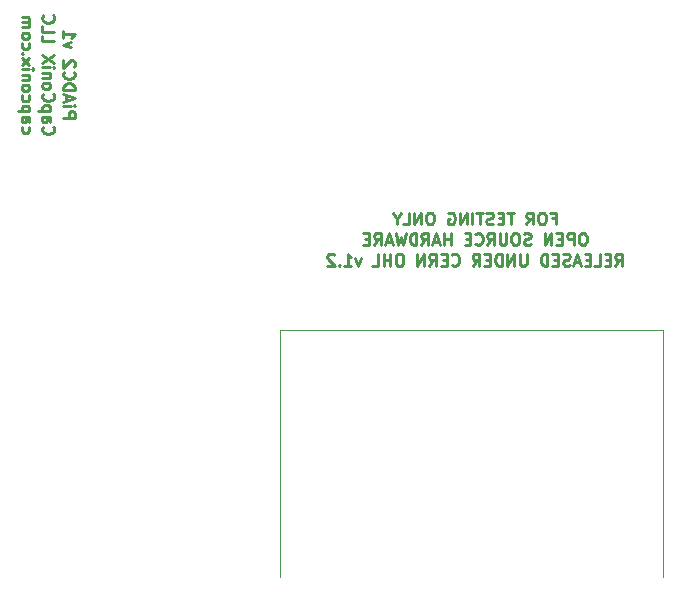
<source format=gbr>
G04 #@! TF.GenerationSoftware,KiCad,Pcbnew,5.1.5-52549c5~84~ubuntu18.04.1*
G04 #@! TF.CreationDate,2020-01-16T02:56:41-05:00*
G04 #@! TF.ProjectId,PiADC2,50694144-4332-42e6-9b69-6361645f7063,1.0*
G04 #@! TF.SameCoordinates,Original*
G04 #@! TF.FileFunction,Legend,Bot*
G04 #@! TF.FilePolarity,Positive*
%FSLAX46Y46*%
G04 Gerber Fmt 4.6, Leading zero omitted, Abs format (unit mm)*
G04 Created by KiCad (PCBNEW 5.1.5-52549c5~84~ubuntu18.04.1) date 2020-01-16 02:56:41*
%MOMM*%
%LPD*%
G04 APERTURE LIST*
%ADD10C,0.250000*%
%ADD11C,0.120000*%
%ADD12C,6.102000*%
%ADD13C,1.626000*%
%ADD14C,2.102000*%
%ADD15O,1.802000X1.802000*%
%ADD16R,1.802000X1.802000*%
%ADD17O,1.702000X2.502000*%
%ADD18R,1.702000X2.502000*%
%ADD19R,1.852000X1.852000*%
%ADD20C,1.852000*%
%ADD21R,1.102000X1.102000*%
%ADD22C,1.102000*%
%ADD23O,1.102000X1.102000*%
%ADD24C,1.302000*%
%ADD25C,0.100000*%
G04 APERTURE END LIST*
D10*
X113692619Y-91272857D02*
X114692619Y-91272857D01*
X114692619Y-90891904D01*
X114645000Y-90796666D01*
X114597380Y-90749047D01*
X114502142Y-90701428D01*
X114359285Y-90701428D01*
X114264047Y-90749047D01*
X114216428Y-90796666D01*
X114168809Y-90891904D01*
X114168809Y-91272857D01*
X113692619Y-90272857D02*
X114359285Y-90272857D01*
X114692619Y-90272857D02*
X114645000Y-90320476D01*
X114597380Y-90272857D01*
X114645000Y-90225238D01*
X114692619Y-90272857D01*
X114597380Y-90272857D01*
X113978333Y-89844285D02*
X113978333Y-89368095D01*
X113692619Y-89939523D02*
X114692619Y-89606190D01*
X113692619Y-89272857D01*
X113692619Y-88939523D02*
X114692619Y-88939523D01*
X114692619Y-88701428D01*
X114645000Y-88558571D01*
X114549761Y-88463333D01*
X114454523Y-88415714D01*
X114264047Y-88368095D01*
X114121190Y-88368095D01*
X113930714Y-88415714D01*
X113835476Y-88463333D01*
X113740238Y-88558571D01*
X113692619Y-88701428D01*
X113692619Y-88939523D01*
X113787857Y-87368095D02*
X113740238Y-87415714D01*
X113692619Y-87558571D01*
X113692619Y-87653809D01*
X113740238Y-87796666D01*
X113835476Y-87891904D01*
X113930714Y-87939523D01*
X114121190Y-87987142D01*
X114264047Y-87987142D01*
X114454523Y-87939523D01*
X114549761Y-87891904D01*
X114645000Y-87796666D01*
X114692619Y-87653809D01*
X114692619Y-87558571D01*
X114645000Y-87415714D01*
X114597380Y-87368095D01*
X114597380Y-86987142D02*
X114645000Y-86939523D01*
X114692619Y-86844285D01*
X114692619Y-86606190D01*
X114645000Y-86510952D01*
X114597380Y-86463333D01*
X114502142Y-86415714D01*
X114406904Y-86415714D01*
X114264047Y-86463333D01*
X113692619Y-87034761D01*
X113692619Y-86415714D01*
X114359285Y-85320476D02*
X113692619Y-85082380D01*
X114359285Y-84844285D01*
X113692619Y-83939523D02*
X113692619Y-84510952D01*
X113692619Y-84225238D02*
X114692619Y-84225238D01*
X114549761Y-84320476D01*
X114454523Y-84415714D01*
X114406904Y-84510952D01*
X112037857Y-92034761D02*
X111990238Y-92082380D01*
X111942619Y-92225238D01*
X111942619Y-92320476D01*
X111990238Y-92463333D01*
X112085476Y-92558571D01*
X112180714Y-92606190D01*
X112371190Y-92653809D01*
X112514047Y-92653809D01*
X112704523Y-92606190D01*
X112799761Y-92558571D01*
X112895000Y-92463333D01*
X112942619Y-92320476D01*
X112942619Y-92225238D01*
X112895000Y-92082380D01*
X112847380Y-92034761D01*
X111942619Y-91177619D02*
X112466428Y-91177619D01*
X112561666Y-91225238D01*
X112609285Y-91320476D01*
X112609285Y-91510952D01*
X112561666Y-91606190D01*
X111990238Y-91177619D02*
X111942619Y-91272857D01*
X111942619Y-91510952D01*
X111990238Y-91606190D01*
X112085476Y-91653809D01*
X112180714Y-91653809D01*
X112275952Y-91606190D01*
X112323571Y-91510952D01*
X112323571Y-91272857D01*
X112371190Y-91177619D01*
X112609285Y-90701428D02*
X111609285Y-90701428D01*
X112561666Y-90701428D02*
X112609285Y-90606190D01*
X112609285Y-90415714D01*
X112561666Y-90320476D01*
X112514047Y-90272857D01*
X112418809Y-90225238D01*
X112133095Y-90225238D01*
X112037857Y-90272857D01*
X111990238Y-90320476D01*
X111942619Y-90415714D01*
X111942619Y-90606190D01*
X111990238Y-90701428D01*
X112037857Y-89225238D02*
X111990238Y-89272857D01*
X111942619Y-89415714D01*
X111942619Y-89510952D01*
X111990238Y-89653809D01*
X112085476Y-89749047D01*
X112180714Y-89796666D01*
X112371190Y-89844285D01*
X112514047Y-89844285D01*
X112704523Y-89796666D01*
X112799761Y-89749047D01*
X112895000Y-89653809D01*
X112942619Y-89510952D01*
X112942619Y-89415714D01*
X112895000Y-89272857D01*
X112847380Y-89225238D01*
X111942619Y-88653809D02*
X111990238Y-88749047D01*
X112037857Y-88796666D01*
X112133095Y-88844285D01*
X112418809Y-88844285D01*
X112514047Y-88796666D01*
X112561666Y-88749047D01*
X112609285Y-88653809D01*
X112609285Y-88510952D01*
X112561666Y-88415714D01*
X112514047Y-88368095D01*
X112418809Y-88320476D01*
X112133095Y-88320476D01*
X112037857Y-88368095D01*
X111990238Y-88415714D01*
X111942619Y-88510952D01*
X111942619Y-88653809D01*
X112609285Y-87891904D02*
X111942619Y-87891904D01*
X112514047Y-87891904D02*
X112561666Y-87844285D01*
X112609285Y-87749047D01*
X112609285Y-87606190D01*
X112561666Y-87510952D01*
X112466428Y-87463333D01*
X111942619Y-87463333D01*
X111942619Y-86987142D02*
X112609285Y-86987142D01*
X112942619Y-86987142D02*
X112895000Y-87034761D01*
X112847380Y-86987142D01*
X112895000Y-86939523D01*
X112942619Y-86987142D01*
X112847380Y-86987142D01*
X112942619Y-86606190D02*
X111942619Y-85939523D01*
X112942619Y-85939523D02*
X111942619Y-86606190D01*
X111942619Y-84320476D02*
X111942619Y-84796666D01*
X112942619Y-84796666D01*
X111942619Y-83510952D02*
X111942619Y-83987142D01*
X112942619Y-83987142D01*
X112037857Y-82606190D02*
X111990238Y-82653809D01*
X111942619Y-82796666D01*
X111942619Y-82891904D01*
X111990238Y-83034761D01*
X112085476Y-83130000D01*
X112180714Y-83177619D01*
X112371190Y-83225238D01*
X112514047Y-83225238D01*
X112704523Y-83177619D01*
X112799761Y-83130000D01*
X112895000Y-83034761D01*
X112942619Y-82891904D01*
X112942619Y-82796666D01*
X112895000Y-82653809D01*
X112847380Y-82606190D01*
X110240238Y-92058571D02*
X110192619Y-92153809D01*
X110192619Y-92344285D01*
X110240238Y-92439523D01*
X110287857Y-92487142D01*
X110383095Y-92534761D01*
X110668809Y-92534761D01*
X110764047Y-92487142D01*
X110811666Y-92439523D01*
X110859285Y-92344285D01*
X110859285Y-92153809D01*
X110811666Y-92058571D01*
X110192619Y-91201428D02*
X110716428Y-91201428D01*
X110811666Y-91249047D01*
X110859285Y-91344285D01*
X110859285Y-91534761D01*
X110811666Y-91630000D01*
X110240238Y-91201428D02*
X110192619Y-91296666D01*
X110192619Y-91534761D01*
X110240238Y-91630000D01*
X110335476Y-91677619D01*
X110430714Y-91677619D01*
X110525952Y-91630000D01*
X110573571Y-91534761D01*
X110573571Y-91296666D01*
X110621190Y-91201428D01*
X110859285Y-90725238D02*
X109859285Y-90725238D01*
X110811666Y-90725238D02*
X110859285Y-90630000D01*
X110859285Y-90439523D01*
X110811666Y-90344285D01*
X110764047Y-90296666D01*
X110668809Y-90249047D01*
X110383095Y-90249047D01*
X110287857Y-90296666D01*
X110240238Y-90344285D01*
X110192619Y-90439523D01*
X110192619Y-90630000D01*
X110240238Y-90725238D01*
X110240238Y-89391904D02*
X110192619Y-89487142D01*
X110192619Y-89677619D01*
X110240238Y-89772857D01*
X110287857Y-89820476D01*
X110383095Y-89868095D01*
X110668809Y-89868095D01*
X110764047Y-89820476D01*
X110811666Y-89772857D01*
X110859285Y-89677619D01*
X110859285Y-89487142D01*
X110811666Y-89391904D01*
X110192619Y-88820476D02*
X110240238Y-88915714D01*
X110287857Y-88963333D01*
X110383095Y-89010952D01*
X110668809Y-89010952D01*
X110764047Y-88963333D01*
X110811666Y-88915714D01*
X110859285Y-88820476D01*
X110859285Y-88677619D01*
X110811666Y-88582380D01*
X110764047Y-88534761D01*
X110668809Y-88487142D01*
X110383095Y-88487142D01*
X110287857Y-88534761D01*
X110240238Y-88582380D01*
X110192619Y-88677619D01*
X110192619Y-88820476D01*
X110859285Y-88058571D02*
X110192619Y-88058571D01*
X110764047Y-88058571D02*
X110811666Y-88010952D01*
X110859285Y-87915714D01*
X110859285Y-87772857D01*
X110811666Y-87677619D01*
X110716428Y-87630000D01*
X110192619Y-87630000D01*
X110192619Y-87153809D02*
X110859285Y-87153809D01*
X111192619Y-87153809D02*
X111145000Y-87201428D01*
X111097380Y-87153809D01*
X111145000Y-87106190D01*
X111192619Y-87153809D01*
X111097380Y-87153809D01*
X110192619Y-86772857D02*
X110859285Y-86249047D01*
X110859285Y-86772857D02*
X110192619Y-86249047D01*
X110287857Y-85868095D02*
X110240238Y-85820476D01*
X110192619Y-85868095D01*
X110240238Y-85915714D01*
X110287857Y-85868095D01*
X110192619Y-85868095D01*
X110240238Y-84963333D02*
X110192619Y-85058571D01*
X110192619Y-85249047D01*
X110240238Y-85344285D01*
X110287857Y-85391904D01*
X110383095Y-85439523D01*
X110668809Y-85439523D01*
X110764047Y-85391904D01*
X110811666Y-85344285D01*
X110859285Y-85249047D01*
X110859285Y-85058571D01*
X110811666Y-84963333D01*
X110192619Y-84391904D02*
X110240238Y-84487142D01*
X110287857Y-84534761D01*
X110383095Y-84582380D01*
X110668809Y-84582380D01*
X110764047Y-84534761D01*
X110811666Y-84487142D01*
X110859285Y-84391904D01*
X110859285Y-84249047D01*
X110811666Y-84153809D01*
X110764047Y-84106190D01*
X110668809Y-84058571D01*
X110383095Y-84058571D01*
X110287857Y-84106190D01*
X110240238Y-84153809D01*
X110192619Y-84249047D01*
X110192619Y-84391904D01*
X110192619Y-83630000D02*
X110859285Y-83630000D01*
X110764047Y-83630000D02*
X110811666Y-83582380D01*
X110859285Y-83487142D01*
X110859285Y-83344285D01*
X110811666Y-83249047D01*
X110716428Y-83201428D01*
X110192619Y-83201428D01*
X110716428Y-83201428D02*
X110811666Y-83153809D01*
X110859285Y-83058571D01*
X110859285Y-82915714D01*
X110811666Y-82820476D01*
X110716428Y-82772857D01*
X110192619Y-82772857D01*
X155066190Y-99778571D02*
X155399523Y-99778571D01*
X155399523Y-100302380D02*
X155399523Y-99302380D01*
X154923333Y-99302380D01*
X154351904Y-99302380D02*
X154161428Y-99302380D01*
X154066190Y-99350000D01*
X153970952Y-99445238D01*
X153923333Y-99635714D01*
X153923333Y-99969047D01*
X153970952Y-100159523D01*
X154066190Y-100254761D01*
X154161428Y-100302380D01*
X154351904Y-100302380D01*
X154447142Y-100254761D01*
X154542380Y-100159523D01*
X154590000Y-99969047D01*
X154590000Y-99635714D01*
X154542380Y-99445238D01*
X154447142Y-99350000D01*
X154351904Y-99302380D01*
X152923333Y-100302380D02*
X153256666Y-99826190D01*
X153494761Y-100302380D02*
X153494761Y-99302380D01*
X153113809Y-99302380D01*
X153018571Y-99350000D01*
X152970952Y-99397619D01*
X152923333Y-99492857D01*
X152923333Y-99635714D01*
X152970952Y-99730952D01*
X153018571Y-99778571D01*
X153113809Y-99826190D01*
X153494761Y-99826190D01*
X151875714Y-99302380D02*
X151304285Y-99302380D01*
X151590000Y-100302380D02*
X151590000Y-99302380D01*
X150970952Y-99778571D02*
X150637619Y-99778571D01*
X150494761Y-100302380D02*
X150970952Y-100302380D01*
X150970952Y-99302380D01*
X150494761Y-99302380D01*
X150113809Y-100254761D02*
X149970952Y-100302380D01*
X149732857Y-100302380D01*
X149637619Y-100254761D01*
X149590000Y-100207142D01*
X149542380Y-100111904D01*
X149542380Y-100016666D01*
X149590000Y-99921428D01*
X149637619Y-99873809D01*
X149732857Y-99826190D01*
X149923333Y-99778571D01*
X150018571Y-99730952D01*
X150066190Y-99683333D01*
X150113809Y-99588095D01*
X150113809Y-99492857D01*
X150066190Y-99397619D01*
X150018571Y-99350000D01*
X149923333Y-99302380D01*
X149685238Y-99302380D01*
X149542380Y-99350000D01*
X149256666Y-99302380D02*
X148685238Y-99302380D01*
X148970952Y-100302380D02*
X148970952Y-99302380D01*
X148351904Y-100302380D02*
X148351904Y-99302380D01*
X147875714Y-100302380D02*
X147875714Y-99302380D01*
X147304285Y-100302380D01*
X147304285Y-99302380D01*
X146304285Y-99350000D02*
X146399523Y-99302380D01*
X146542380Y-99302380D01*
X146685238Y-99350000D01*
X146780476Y-99445238D01*
X146828095Y-99540476D01*
X146875714Y-99730952D01*
X146875714Y-99873809D01*
X146828095Y-100064285D01*
X146780476Y-100159523D01*
X146685238Y-100254761D01*
X146542380Y-100302380D01*
X146447142Y-100302380D01*
X146304285Y-100254761D01*
X146256666Y-100207142D01*
X146256666Y-99873809D01*
X146447142Y-99873809D01*
X144875714Y-99302380D02*
X144685238Y-99302380D01*
X144590000Y-99350000D01*
X144494761Y-99445238D01*
X144447142Y-99635714D01*
X144447142Y-99969047D01*
X144494761Y-100159523D01*
X144590000Y-100254761D01*
X144685238Y-100302380D01*
X144875714Y-100302380D01*
X144970952Y-100254761D01*
X145066190Y-100159523D01*
X145113809Y-99969047D01*
X145113809Y-99635714D01*
X145066190Y-99445238D01*
X144970952Y-99350000D01*
X144875714Y-99302380D01*
X144018571Y-100302380D02*
X144018571Y-99302380D01*
X143447142Y-100302380D01*
X143447142Y-99302380D01*
X142494761Y-100302380D02*
X142970952Y-100302380D01*
X142970952Y-99302380D01*
X141970952Y-99826190D02*
X141970952Y-100302380D01*
X142304285Y-99302380D02*
X141970952Y-99826190D01*
X141637619Y-99302380D01*
X157804285Y-101052380D02*
X157613809Y-101052380D01*
X157518571Y-101100000D01*
X157423333Y-101195238D01*
X157375714Y-101385714D01*
X157375714Y-101719047D01*
X157423333Y-101909523D01*
X157518571Y-102004761D01*
X157613809Y-102052380D01*
X157804285Y-102052380D01*
X157899523Y-102004761D01*
X157994761Y-101909523D01*
X158042380Y-101719047D01*
X158042380Y-101385714D01*
X157994761Y-101195238D01*
X157899523Y-101100000D01*
X157804285Y-101052380D01*
X156947142Y-102052380D02*
X156947142Y-101052380D01*
X156566190Y-101052380D01*
X156470952Y-101100000D01*
X156423333Y-101147619D01*
X156375714Y-101242857D01*
X156375714Y-101385714D01*
X156423333Y-101480952D01*
X156470952Y-101528571D01*
X156566190Y-101576190D01*
X156947142Y-101576190D01*
X155947142Y-101528571D02*
X155613809Y-101528571D01*
X155470952Y-102052380D02*
X155947142Y-102052380D01*
X155947142Y-101052380D01*
X155470952Y-101052380D01*
X155042380Y-102052380D02*
X155042380Y-101052380D01*
X154470952Y-102052380D01*
X154470952Y-101052380D01*
X153280476Y-102004761D02*
X153137619Y-102052380D01*
X152899523Y-102052380D01*
X152804285Y-102004761D01*
X152756666Y-101957142D01*
X152709047Y-101861904D01*
X152709047Y-101766666D01*
X152756666Y-101671428D01*
X152804285Y-101623809D01*
X152899523Y-101576190D01*
X153090000Y-101528571D01*
X153185238Y-101480952D01*
X153232857Y-101433333D01*
X153280476Y-101338095D01*
X153280476Y-101242857D01*
X153232857Y-101147619D01*
X153185238Y-101100000D01*
X153090000Y-101052380D01*
X152851904Y-101052380D01*
X152709047Y-101100000D01*
X152090000Y-101052380D02*
X151899523Y-101052380D01*
X151804285Y-101100000D01*
X151709047Y-101195238D01*
X151661428Y-101385714D01*
X151661428Y-101719047D01*
X151709047Y-101909523D01*
X151804285Y-102004761D01*
X151899523Y-102052380D01*
X152090000Y-102052380D01*
X152185238Y-102004761D01*
X152280476Y-101909523D01*
X152328095Y-101719047D01*
X152328095Y-101385714D01*
X152280476Y-101195238D01*
X152185238Y-101100000D01*
X152090000Y-101052380D01*
X151232857Y-101052380D02*
X151232857Y-101861904D01*
X151185238Y-101957142D01*
X151137619Y-102004761D01*
X151042380Y-102052380D01*
X150851904Y-102052380D01*
X150756666Y-102004761D01*
X150709047Y-101957142D01*
X150661428Y-101861904D01*
X150661428Y-101052380D01*
X149613809Y-102052380D02*
X149947142Y-101576190D01*
X150185238Y-102052380D02*
X150185238Y-101052380D01*
X149804285Y-101052380D01*
X149709047Y-101100000D01*
X149661428Y-101147619D01*
X149613809Y-101242857D01*
X149613809Y-101385714D01*
X149661428Y-101480952D01*
X149709047Y-101528571D01*
X149804285Y-101576190D01*
X150185238Y-101576190D01*
X148613809Y-101957142D02*
X148661428Y-102004761D01*
X148804285Y-102052380D01*
X148899523Y-102052380D01*
X149042380Y-102004761D01*
X149137619Y-101909523D01*
X149185238Y-101814285D01*
X149232857Y-101623809D01*
X149232857Y-101480952D01*
X149185238Y-101290476D01*
X149137619Y-101195238D01*
X149042380Y-101100000D01*
X148899523Y-101052380D01*
X148804285Y-101052380D01*
X148661428Y-101100000D01*
X148613809Y-101147619D01*
X148185238Y-101528571D02*
X147851904Y-101528571D01*
X147709047Y-102052380D02*
X148185238Y-102052380D01*
X148185238Y-101052380D01*
X147709047Y-101052380D01*
X146518571Y-102052380D02*
X146518571Y-101052380D01*
X146518571Y-101528571D02*
X145947142Y-101528571D01*
X145947142Y-102052380D02*
X145947142Y-101052380D01*
X145518571Y-101766666D02*
X145042380Y-101766666D01*
X145613809Y-102052380D02*
X145280476Y-101052380D01*
X144947142Y-102052380D01*
X144042380Y-102052380D02*
X144375714Y-101576190D01*
X144613809Y-102052380D02*
X144613809Y-101052380D01*
X144232857Y-101052380D01*
X144137619Y-101100000D01*
X144090000Y-101147619D01*
X144042380Y-101242857D01*
X144042380Y-101385714D01*
X144090000Y-101480952D01*
X144137619Y-101528571D01*
X144232857Y-101576190D01*
X144613809Y-101576190D01*
X143613809Y-102052380D02*
X143613809Y-101052380D01*
X143375714Y-101052380D01*
X143232857Y-101100000D01*
X143137619Y-101195238D01*
X143090000Y-101290476D01*
X143042380Y-101480952D01*
X143042380Y-101623809D01*
X143090000Y-101814285D01*
X143137619Y-101909523D01*
X143232857Y-102004761D01*
X143375714Y-102052380D01*
X143613809Y-102052380D01*
X142709047Y-101052380D02*
X142470952Y-102052380D01*
X142280476Y-101338095D01*
X142090000Y-102052380D01*
X141851904Y-101052380D01*
X141518571Y-101766666D02*
X141042380Y-101766666D01*
X141613809Y-102052380D02*
X141280476Y-101052380D01*
X140947142Y-102052380D01*
X140042380Y-102052380D02*
X140375714Y-101576190D01*
X140613809Y-102052380D02*
X140613809Y-101052380D01*
X140232857Y-101052380D01*
X140137619Y-101100000D01*
X140090000Y-101147619D01*
X140042380Y-101242857D01*
X140042380Y-101385714D01*
X140090000Y-101480952D01*
X140137619Y-101528571D01*
X140232857Y-101576190D01*
X140613809Y-101576190D01*
X139613809Y-101528571D02*
X139280476Y-101528571D01*
X139137619Y-102052380D02*
X139613809Y-102052380D01*
X139613809Y-101052380D01*
X139137619Y-101052380D01*
X160470952Y-103802380D02*
X160804285Y-103326190D01*
X161042380Y-103802380D02*
X161042380Y-102802380D01*
X160661428Y-102802380D01*
X160566190Y-102850000D01*
X160518571Y-102897619D01*
X160470952Y-102992857D01*
X160470952Y-103135714D01*
X160518571Y-103230952D01*
X160566190Y-103278571D01*
X160661428Y-103326190D01*
X161042380Y-103326190D01*
X160042380Y-103278571D02*
X159709047Y-103278571D01*
X159566190Y-103802380D02*
X160042380Y-103802380D01*
X160042380Y-102802380D01*
X159566190Y-102802380D01*
X158661428Y-103802380D02*
X159137619Y-103802380D01*
X159137619Y-102802380D01*
X158328095Y-103278571D02*
X157994761Y-103278571D01*
X157851904Y-103802380D02*
X158328095Y-103802380D01*
X158328095Y-102802380D01*
X157851904Y-102802380D01*
X157470952Y-103516666D02*
X156994761Y-103516666D01*
X157566190Y-103802380D02*
X157232857Y-102802380D01*
X156899523Y-103802380D01*
X156613809Y-103754761D02*
X156470952Y-103802380D01*
X156232857Y-103802380D01*
X156137619Y-103754761D01*
X156090000Y-103707142D01*
X156042380Y-103611904D01*
X156042380Y-103516666D01*
X156090000Y-103421428D01*
X156137619Y-103373809D01*
X156232857Y-103326190D01*
X156423333Y-103278571D01*
X156518571Y-103230952D01*
X156566190Y-103183333D01*
X156613809Y-103088095D01*
X156613809Y-102992857D01*
X156566190Y-102897619D01*
X156518571Y-102850000D01*
X156423333Y-102802380D01*
X156185238Y-102802380D01*
X156042380Y-102850000D01*
X155613809Y-103278571D02*
X155280476Y-103278571D01*
X155137619Y-103802380D02*
X155613809Y-103802380D01*
X155613809Y-102802380D01*
X155137619Y-102802380D01*
X154709047Y-103802380D02*
X154709047Y-102802380D01*
X154470952Y-102802380D01*
X154328095Y-102850000D01*
X154232857Y-102945238D01*
X154185238Y-103040476D01*
X154137619Y-103230952D01*
X154137619Y-103373809D01*
X154185238Y-103564285D01*
X154232857Y-103659523D01*
X154328095Y-103754761D01*
X154470952Y-103802380D01*
X154709047Y-103802380D01*
X152947142Y-102802380D02*
X152947142Y-103611904D01*
X152899523Y-103707142D01*
X152851904Y-103754761D01*
X152756666Y-103802380D01*
X152566190Y-103802380D01*
X152470952Y-103754761D01*
X152423333Y-103707142D01*
X152375714Y-103611904D01*
X152375714Y-102802380D01*
X151899523Y-103802380D02*
X151899523Y-102802380D01*
X151328095Y-103802380D01*
X151328095Y-102802380D01*
X150851904Y-103802380D02*
X150851904Y-102802380D01*
X150613809Y-102802380D01*
X150470952Y-102850000D01*
X150375714Y-102945238D01*
X150328095Y-103040476D01*
X150280476Y-103230952D01*
X150280476Y-103373809D01*
X150328095Y-103564285D01*
X150375714Y-103659523D01*
X150470952Y-103754761D01*
X150613809Y-103802380D01*
X150851904Y-103802380D01*
X149851904Y-103278571D02*
X149518571Y-103278571D01*
X149375714Y-103802380D02*
X149851904Y-103802380D01*
X149851904Y-102802380D01*
X149375714Y-102802380D01*
X148375714Y-103802380D02*
X148709047Y-103326190D01*
X148947142Y-103802380D02*
X148947142Y-102802380D01*
X148566190Y-102802380D01*
X148470952Y-102850000D01*
X148423333Y-102897619D01*
X148375714Y-102992857D01*
X148375714Y-103135714D01*
X148423333Y-103230952D01*
X148470952Y-103278571D01*
X148566190Y-103326190D01*
X148947142Y-103326190D01*
X146613809Y-103707142D02*
X146661428Y-103754761D01*
X146804285Y-103802380D01*
X146899523Y-103802380D01*
X147042380Y-103754761D01*
X147137619Y-103659523D01*
X147185238Y-103564285D01*
X147232857Y-103373809D01*
X147232857Y-103230952D01*
X147185238Y-103040476D01*
X147137619Y-102945238D01*
X147042380Y-102850000D01*
X146899523Y-102802380D01*
X146804285Y-102802380D01*
X146661428Y-102850000D01*
X146613809Y-102897619D01*
X146185238Y-103278571D02*
X145851904Y-103278571D01*
X145709047Y-103802380D02*
X146185238Y-103802380D01*
X146185238Y-102802380D01*
X145709047Y-102802380D01*
X144709047Y-103802380D02*
X145042380Y-103326190D01*
X145280476Y-103802380D02*
X145280476Y-102802380D01*
X144899523Y-102802380D01*
X144804285Y-102850000D01*
X144756666Y-102897619D01*
X144709047Y-102992857D01*
X144709047Y-103135714D01*
X144756666Y-103230952D01*
X144804285Y-103278571D01*
X144899523Y-103326190D01*
X145280476Y-103326190D01*
X144280476Y-103802380D02*
X144280476Y-102802380D01*
X143709047Y-103802380D01*
X143709047Y-102802380D01*
X142280476Y-102802380D02*
X142090000Y-102802380D01*
X141994761Y-102850000D01*
X141899523Y-102945238D01*
X141851904Y-103135714D01*
X141851904Y-103469047D01*
X141899523Y-103659523D01*
X141994761Y-103754761D01*
X142090000Y-103802380D01*
X142280476Y-103802380D01*
X142375714Y-103754761D01*
X142470952Y-103659523D01*
X142518571Y-103469047D01*
X142518571Y-103135714D01*
X142470952Y-102945238D01*
X142375714Y-102850000D01*
X142280476Y-102802380D01*
X141423333Y-103802380D02*
X141423333Y-102802380D01*
X141423333Y-103278571D02*
X140851904Y-103278571D01*
X140851904Y-103802380D02*
X140851904Y-102802380D01*
X139899523Y-103802380D02*
X140375714Y-103802380D01*
X140375714Y-102802380D01*
X138899523Y-103135714D02*
X138661428Y-103802380D01*
X138423333Y-103135714D01*
X137518571Y-103802380D02*
X138090000Y-103802380D01*
X137804285Y-103802380D02*
X137804285Y-102802380D01*
X137899523Y-102945238D01*
X137994761Y-103040476D01*
X138090000Y-103088095D01*
X137090000Y-103707142D02*
X137042380Y-103754761D01*
X137090000Y-103802380D01*
X137137619Y-103754761D01*
X137090000Y-103707142D01*
X137090000Y-103802380D01*
X136661428Y-102897619D02*
X136613809Y-102850000D01*
X136518571Y-102802380D01*
X136280476Y-102802380D01*
X136185238Y-102850000D01*
X136137619Y-102897619D01*
X136090000Y-102992857D01*
X136090000Y-103088095D01*
X136137619Y-103230952D01*
X136709047Y-103802380D01*
X136090000Y-103802380D01*
D11*
X132080000Y-109220000D02*
X132080000Y-130175000D01*
X164465000Y-109220000D02*
X132080000Y-109220000D01*
X164465000Y-130175000D02*
X164465000Y-109220000D01*
%LPC*%
D12*
X168700000Y-126470000D03*
X110700000Y-126470000D03*
X168700000Y-77470000D03*
X110700000Y-77470000D03*
D13*
X115570000Y-76200000D03*
X115570000Y-78740000D03*
X118110000Y-76200000D03*
X118110000Y-78740000D03*
X128270000Y-76200000D03*
X125730000Y-76200000D03*
X123190000Y-76200000D03*
X120650000Y-76200000D03*
X120650000Y-78740000D03*
X123190000Y-78740000D03*
X125730000Y-78740000D03*
X128270000Y-78740000D03*
X156210000Y-76200000D03*
X158750000Y-76200000D03*
X161290000Y-76200000D03*
X163830000Y-76200000D03*
X163830000Y-78740000D03*
X161290000Y-78740000D03*
X158750000Y-78740000D03*
X156210000Y-78740000D03*
X153670000Y-76200000D03*
X153670000Y-78740000D03*
X151130000Y-76200000D03*
X151130000Y-78740000D03*
X148590000Y-78740000D03*
X148590000Y-76200000D03*
X130810000Y-76200000D03*
X130810000Y-78740000D03*
X133350000Y-78740000D03*
X133350000Y-76200000D03*
X135890000Y-76200000D03*
X135890000Y-78740000D03*
X146050000Y-78740000D03*
X146050000Y-76200000D03*
X143510000Y-76200000D03*
X143510000Y-78740000D03*
X140970000Y-78740000D03*
X140970000Y-76200000D03*
X138430000Y-76200000D03*
X138430000Y-78740000D03*
D14*
X165100000Y-83240000D03*
X165100000Y-93980000D03*
D15*
X118745000Y-126365000D03*
X121285000Y-126365000D03*
X123825000Y-126365000D03*
D16*
X126365000Y-126365000D03*
D17*
X151765000Y-107315000D03*
X159385000Y-114935000D03*
X154305000Y-107315000D03*
X156845000Y-114935000D03*
X156845000Y-107315000D03*
X154305000Y-114935000D03*
X159385000Y-107315000D03*
D18*
X151765000Y-114935000D03*
D19*
X159325000Y-126365000D03*
D20*
X151825000Y-126365000D03*
X156825000Y-126365000D03*
X154325000Y-126365000D03*
D19*
X144720000Y-126365000D03*
D20*
X137220000Y-126365000D03*
X142220000Y-126365000D03*
X139720000Y-126365000D03*
D17*
X137160000Y-107315000D03*
X144780000Y-114935000D03*
X139700000Y-107315000D03*
X142240000Y-114935000D03*
X142240000Y-107315000D03*
X139700000Y-114935000D03*
X144780000Y-107315000D03*
D18*
X137160000Y-114935000D03*
D21*
X141605000Y-85320000D03*
X141605000Y-82320000D03*
D22*
X147105000Y-84770000D03*
X147105000Y-82870000D03*
D23*
X129540000Y-90170000D03*
D21*
X130810000Y-90170000D03*
D24*
X113665000Y-110935000D03*
X113665000Y-112935000D03*
X113665000Y-114935000D03*
X113665000Y-116935000D03*
X113665000Y-118935000D03*
X111665000Y-110935000D03*
X111665000Y-112935000D03*
X111665000Y-114935000D03*
X111665000Y-116935000D03*
D25*
G36*
X112071338Y-118285306D02*
G01*
X112097669Y-118289212D01*
X112123490Y-118295680D01*
X112148553Y-118304648D01*
X112172617Y-118316029D01*
X112195449Y-118329714D01*
X112216830Y-118345571D01*
X112236553Y-118363447D01*
X112254429Y-118383170D01*
X112270286Y-118404551D01*
X112283971Y-118427383D01*
X112295352Y-118451447D01*
X112304320Y-118476510D01*
X112310788Y-118502331D01*
X112314694Y-118528662D01*
X112316000Y-118555249D01*
X112316000Y-119314751D01*
X112314694Y-119341338D01*
X112310788Y-119367669D01*
X112304320Y-119393490D01*
X112295352Y-119418553D01*
X112283971Y-119442617D01*
X112270286Y-119465449D01*
X112254429Y-119486830D01*
X112236553Y-119506553D01*
X112216830Y-119524429D01*
X112195449Y-119540286D01*
X112172617Y-119553971D01*
X112148553Y-119565352D01*
X112123490Y-119574320D01*
X112097669Y-119580788D01*
X112071338Y-119584694D01*
X112044751Y-119586000D01*
X111285249Y-119586000D01*
X111258662Y-119584694D01*
X111232331Y-119580788D01*
X111206510Y-119574320D01*
X111181447Y-119565352D01*
X111157383Y-119553971D01*
X111134551Y-119540286D01*
X111113170Y-119524429D01*
X111093447Y-119506553D01*
X111075571Y-119486830D01*
X111059714Y-119465449D01*
X111046029Y-119442617D01*
X111034648Y-119418553D01*
X111025680Y-119393490D01*
X111019212Y-119367669D01*
X111015306Y-119341338D01*
X111014000Y-119314751D01*
X111014000Y-118555249D01*
X111015306Y-118528662D01*
X111019212Y-118502331D01*
X111025680Y-118476510D01*
X111034648Y-118451447D01*
X111046029Y-118427383D01*
X111059714Y-118404551D01*
X111075571Y-118383170D01*
X111093447Y-118363447D01*
X111113170Y-118345571D01*
X111134551Y-118329714D01*
X111157383Y-118316029D01*
X111181447Y-118304648D01*
X111206510Y-118295680D01*
X111232331Y-118289212D01*
X111258662Y-118285306D01*
X111285249Y-118284000D01*
X112044751Y-118284000D01*
X112071338Y-118285306D01*
G37*
D24*
X113665000Y-95695000D03*
X113665000Y-97695000D03*
X113665000Y-99695000D03*
X113665000Y-101695000D03*
X113665000Y-103695000D03*
X111665000Y-95695000D03*
X111665000Y-97695000D03*
X111665000Y-99695000D03*
X111665000Y-101695000D03*
D25*
G36*
X112071338Y-103045306D02*
G01*
X112097669Y-103049212D01*
X112123490Y-103055680D01*
X112148553Y-103064648D01*
X112172617Y-103076029D01*
X112195449Y-103089714D01*
X112216830Y-103105571D01*
X112236553Y-103123447D01*
X112254429Y-103143170D01*
X112270286Y-103164551D01*
X112283971Y-103187383D01*
X112295352Y-103211447D01*
X112304320Y-103236510D01*
X112310788Y-103262331D01*
X112314694Y-103288662D01*
X112316000Y-103315249D01*
X112316000Y-104074751D01*
X112314694Y-104101338D01*
X112310788Y-104127669D01*
X112304320Y-104153490D01*
X112295352Y-104178553D01*
X112283971Y-104202617D01*
X112270286Y-104225449D01*
X112254429Y-104246830D01*
X112236553Y-104266553D01*
X112216830Y-104284429D01*
X112195449Y-104300286D01*
X112172617Y-104313971D01*
X112148553Y-104325352D01*
X112123490Y-104334320D01*
X112097669Y-104340788D01*
X112071338Y-104344694D01*
X112044751Y-104346000D01*
X111285249Y-104346000D01*
X111258662Y-104344694D01*
X111232331Y-104340788D01*
X111206510Y-104334320D01*
X111181447Y-104325352D01*
X111157383Y-104313971D01*
X111134551Y-104300286D01*
X111113170Y-104284429D01*
X111093447Y-104266553D01*
X111075571Y-104246830D01*
X111059714Y-104225449D01*
X111046029Y-104202617D01*
X111034648Y-104178553D01*
X111025680Y-104153490D01*
X111019212Y-104127669D01*
X111015306Y-104101338D01*
X111014000Y-104074751D01*
X111014000Y-103315249D01*
X111015306Y-103288662D01*
X111019212Y-103262331D01*
X111025680Y-103236510D01*
X111034648Y-103211447D01*
X111046029Y-103187383D01*
X111059714Y-103164551D01*
X111075571Y-103143170D01*
X111093447Y-103123447D01*
X111113170Y-103105571D01*
X111134551Y-103089714D01*
X111157383Y-103076029D01*
X111181447Y-103064648D01*
X111206510Y-103055680D01*
X111232331Y-103049212D01*
X111258662Y-103045306D01*
X111285249Y-103044000D01*
X112044751Y-103044000D01*
X112071338Y-103045306D01*
G37*
M02*

</source>
